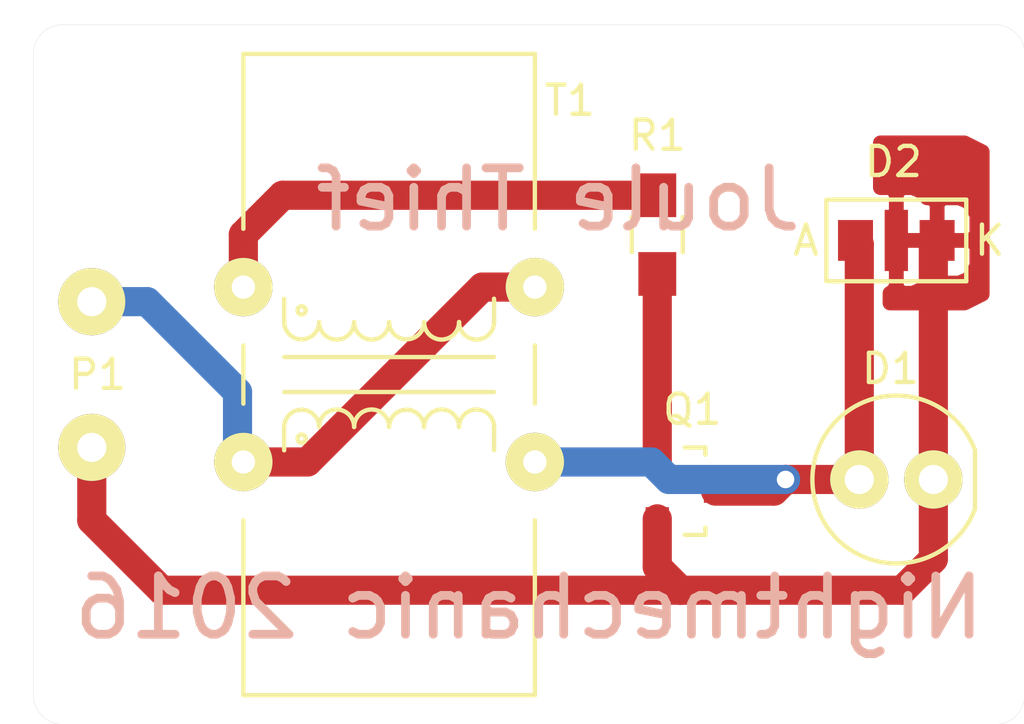
<source format=kicad_pcb>
(kicad_pcb (version 4) (host pcbnew 4.0.1-stable)

  (general
    (links 11)
    (no_connects 0)
    (area 135.994999 92.994999 170.005001 117.005001)
    (thickness 1.6)
    (drawings 10)
    (tracks 32)
    (zones 0)
    (modules 6)
    (nets 6)
  )

  (page A4)
  (layers
    (0 F.Cu signal)
    (31 B.Cu signal)
    (32 B.Adhes user)
    (33 F.Adhes user)
    (34 B.Paste user)
    (35 F.Paste user)
    (36 B.SilkS user)
    (37 F.SilkS user)
    (38 B.Mask user)
    (39 F.Mask user)
    (40 Dwgs.User user)
    (41 Cmts.User user)
    (42 Eco1.User user)
    (43 Eco2.User user)
    (44 Edge.Cuts user)
    (45 Margin user)
    (46 B.CrtYd user)
    (47 F.CrtYd user)
    (48 B.Fab user)
    (49 F.Fab user)
  )

  (setup
    (last_trace_width 1)
    (trace_clearance 0.3)
    (zone_clearance 0.3)
    (zone_45_only no)
    (trace_min 0.2)
    (segment_width 0.2)
    (edge_width 0.01)
    (via_size 1)
    (via_drill 0.6)
    (via_min_size 0.4)
    (via_min_drill 0.3)
    (uvia_size 0.3)
    (uvia_drill 0.1)
    (uvias_allowed no)
    (uvia_min_size 0.2)
    (uvia_min_drill 0.1)
    (pcb_text_width 0.3)
    (pcb_text_size 1.5 1.5)
    (mod_edge_width 0.15)
    (mod_text_size 1 1)
    (mod_text_width 0.15)
    (pad_size 1.524 1.524)
    (pad_drill 0.762)
    (pad_to_mask_clearance 0.2)
    (aux_axis_origin 0 0)
    (visible_elements FFFEFF7F)
    (pcbplotparams
      (layerselection 0x00030_80000001)
      (usegerberextensions false)
      (excludeedgelayer true)
      (linewidth 0.100000)
      (plotframeref false)
      (viasonmask false)
      (mode 1)
      (useauxorigin false)
      (hpglpennumber 1)
      (hpglpenspeed 20)
      (hpglpendiameter 15)
      (hpglpenoverlay 2)
      (psnegative false)
      (psa4output false)
      (plotreference true)
      (plotvalue true)
      (plotinvisibletext false)
      (padsonsilk false)
      (subtractmaskfromsilk false)
      (outputformat 1)
      (mirror false)
      (drillshape 1)
      (scaleselection 1)
      (outputdirectory ""))
  )

  (net 0 "")
  (net 1 "Net-(D1-Pad1)")
  (net 2 "Net-(D1-Pad2)")
  (net 3 "Net-(P1-Pad2)")
  (net 4 "Net-(Q1-Pad1)")
  (net 5 "Net-(R1-Pad2)")

  (net_class Default "This is the default net class."
    (clearance 0.3)
    (trace_width 1)
    (via_dia 1)
    (via_drill 0.6)
    (uvia_dia 0.3)
    (uvia_drill 0.1)
    (add_net "Net-(D1-Pad1)")
    (add_net "Net-(D1-Pad2)")
    (add_net "Net-(P1-Pad2)")
    (add_net "Net-(Q1-Pad1)")
    (add_net "Net-(R1-Pad2)")
  )

  (net_class thin ""
    (clearance 0.2)
    (trace_width 0.7)
    (via_dia 0.7)
    (via_drill 0.6)
    (uvia_dia 0.3)
    (uvia_drill 0.1)
  )

  (module LED_5mm (layer F.Cu) (tedit 56DD546E) (tstamp 56DD5383)
    (at 165.6 108.6 180)
    (path /56DD3D51)
    (fp_text reference D1 (at 0.2 3.8 180) (layer F.SilkS)
      (effects (font (size 1 1) (thickness 0.15)))
    )
    (fp_text value LED (at 0.4 -3.6 180) (layer F.Fab)
      (effects (font (size 1 1) (thickness 0.15)))
    )
    (fp_line (start -2.7 -1) (end -2.7 1) (layer F.SilkS) (width 0.15))
    (fp_arc (start 0 0) (end -2.7 -1) (angle 319) (layer F.SilkS) (width 0.15))
    (pad 1 thru_hole circle (at -1.27 0 180) (size 2 2) (drill 1) (layers *.Cu *.Mask F.SilkS)
      (net 1 "Net-(D1-Pad1)"))
    (pad 2 thru_hole circle (at 1.27 0 180) (size 2 2) (drill 1) (layers *.Cu *.Mask F.SilkS)
      (net 2 "Net-(D1-Pad2)"))
  )

  (module nightmechanic_pcb:LED_PLCC_2_HEATPAD (layer F.Cu) (tedit 56DD4DDB) (tstamp 56DD538A)
    (at 165.6 100.4 180)
    (path /56DD3DD2)
    (fp_text reference D2 (at 0.1 2.7 180) (layer F.SilkS)
      (effects (font (size 1 1) (thickness 0.15)))
    )
    (fp_text value LED (at -0.2 -3.7 180) (layer F.Fab)
      (effects (font (size 1 1) (thickness 0.15)))
    )
    (fp_text user K (at -3.2 0 180) (layer F.SilkS)
      (effects (font (size 1 1) (thickness 0.15)))
    )
    (fp_text user A (at 3.1 0 180) (layer F.SilkS)
      (effects (font (size 1 1) (thickness 0.15)))
    )
    (fp_line (start 2.3 1.4) (end -2.4 1.4) (layer F.SilkS) (width 0.15))
    (fp_line (start -2.4 1.4) (end -2.4 -1.4) (layer F.SilkS) (width 0.15))
    (fp_line (start -2.4 -1.4) (end 2.4 -1.4) (layer F.SilkS) (width 0.15))
    (fp_line (start 2.4 -1.4) (end 2.4 1.4) (layer F.SilkS) (width 0.15))
    (pad 1 smd rect (at -1.4 0 180) (size 1.2 1.4) (layers F.Cu F.Paste F.Mask)
      (net 1 "Net-(D1-Pad1)"))
    (pad 2 smd rect (at 1.4 0 180) (size 1.2 1.4) (layers F.Cu F.Paste F.Mask)
      (net 2 "Net-(D1-Pad2)"))
    (pad 1 smd rect (at 0 0 180) (size 0.8 2.1) (layers F.Cu F.Paste F.Mask)
      (net 1 "Net-(D1-Pad1)"))
  )

  (module nightmechanic_pcb:conn_2_5mm (layer F.Cu) (tedit 56DD5A95) (tstamp 56DD5390)
    (at 138 105 90)
    (path /56DD3E1F)
    (fp_text reference P1 (at 0 0.2 180) (layer F.SilkS)
      (effects (font (size 1 1) (thickness 0.15)))
    )
    (fp_text value CONN_01X02 (at 0 -2.3 90) (layer F.Fab)
      (effects (font (size 1 1) (thickness 0.15)))
    )
    (pad 1 thru_hole circle (at -2.5 0 90) (size 2.3 2.3) (drill 1) (layers *.Cu *.Mask F.SilkS)
      (net 1 "Net-(D1-Pad1)"))
    (pad 2 thru_hole circle (at 2.5 0 90) (size 2.3 2.3) (drill 1) (layers *.Cu *.Mask F.SilkS)
      (net 3 "Net-(P1-Pad2)"))
  )

  (module TO_SOT_Packages_SMD:SOT-23 (layer F.Cu) (tedit 56DD5A81) (tstamp 56DD5397)
    (at 158.4 109 270)
    (descr "SOT-23, Standard")
    (tags SOT-23)
    (path /56DD387D)
    (attr smd)
    (fp_text reference Q1 (at -2.8 -0.2 360) (layer F.SilkS)
      (effects (font (size 1 1) (thickness 0.15)))
    )
    (fp_text value MMBT3904 (at 0 2.3 270) (layer F.Fab)
      (effects (font (size 1 1) (thickness 0.15)))
    )
    (fp_line (start -1.65 -1.6) (end 1.65 -1.6) (layer F.CrtYd) (width 0.05))
    (fp_line (start 1.65 -1.6) (end 1.65 1.6) (layer F.CrtYd) (width 0.05))
    (fp_line (start 1.65 1.6) (end -1.65 1.6) (layer F.CrtYd) (width 0.05))
    (fp_line (start -1.65 1.6) (end -1.65 -1.6) (layer F.CrtYd) (width 0.05))
    (fp_line (start 1.29916 -0.65024) (end 1.2509 -0.65024) (layer F.SilkS) (width 0.15))
    (fp_line (start -1.49982 0.0508) (end -1.49982 -0.65024) (layer F.SilkS) (width 0.15))
    (fp_line (start -1.49982 -0.65024) (end -1.2509 -0.65024) (layer F.SilkS) (width 0.15))
    (fp_line (start 1.29916 -0.65024) (end 1.49982 -0.65024) (layer F.SilkS) (width 0.15))
    (fp_line (start 1.49982 -0.65024) (end 1.49982 0.0508) (layer F.SilkS) (width 0.15))
    (pad 1 smd rect (at -0.95 1.00076 270) (size 0.8001 0.8001) (layers F.Cu F.Paste F.Mask)
      (net 4 "Net-(Q1-Pad1)"))
    (pad 2 smd rect (at 0.95 1.00076 270) (size 0.8001 0.8001) (layers F.Cu F.Paste F.Mask)
      (net 1 "Net-(D1-Pad1)"))
    (pad 3 smd rect (at 0 -0.99822 270) (size 0.8001 0.8001) (layers F.Cu F.Paste F.Mask)
      (net 2 "Net-(D1-Pad2)"))
    (model TO_SOT_Packages_SMD.3dshapes/SOT-23.wrl
      (at (xyz 0 0 0))
      (scale (xyz 1 1 1))
      (rotate (xyz 0 0 0))
    )
  )

  (module Resistors_SMD:R_0805_HandSoldering (layer F.Cu) (tedit 56DD5A6B) (tstamp 56DD539D)
    (at 157.4 100.2 90)
    (descr "Resistor SMD 0805, hand soldering")
    (tags "resistor 0805")
    (path /56DD38A0)
    (attr smd)
    (fp_text reference R1 (at 3.4 0 180) (layer F.SilkS)
      (effects (font (size 1 1) (thickness 0.15)))
    )
    (fp_text value R (at 0 2.1 90) (layer F.Fab)
      (effects (font (size 1 1) (thickness 0.15)))
    )
    (fp_line (start -2.4 -1) (end 2.4 -1) (layer F.CrtYd) (width 0.05))
    (fp_line (start -2.4 1) (end 2.4 1) (layer F.CrtYd) (width 0.05))
    (fp_line (start -2.4 -1) (end -2.4 1) (layer F.CrtYd) (width 0.05))
    (fp_line (start 2.4 -1) (end 2.4 1) (layer F.CrtYd) (width 0.05))
    (fp_line (start 0.6 0.875) (end -0.6 0.875) (layer F.SilkS) (width 0.15))
    (fp_line (start -0.6 -0.875) (end 0.6 -0.875) (layer F.SilkS) (width 0.15))
    (pad 1 smd rect (at -1.35 0 90) (size 1.5 1.3) (layers F.Cu F.Paste F.Mask)
      (net 4 "Net-(Q1-Pad1)"))
    (pad 2 smd rect (at 1.35 0 90) (size 1.5 1.3) (layers F.Cu F.Paste F.Mask)
      (net 5 "Net-(R1-Pad2)"))
    (model Resistors_SMD.3dshapes/R_0805_HandSoldering.wrl
      (at (xyz 0 0 0))
      (scale (xyz 1 1 1))
      (rotate (xyz 0 0 0))
    )
  )

  (module nightmechanic_pcb:Transformer_22x10 (layer F.Cu) (tedit 56DD5A76) (tstamp 56DD53C2)
    (at 148.2 105)
    (path /56DD3CC1)
    (fp_text reference T1 (at 6.2 -9.4) (layer F.SilkS)
      (effects (font (size 1 1) (thickness 0.15)))
    )
    (fp_text value TRANSFORMER (at 0 -12) (layer F.Fab)
      (effects (font (size 1 1) (thickness 0.15)))
    )
    (fp_circle (center -3 2.2) (end -2.9 2.3) (layer F.SilkS) (width 0.15))
    (fp_circle (center -3 -2.2) (end -2.9 -2.1) (layer F.SilkS) (width 0.15))
    (fp_line (start 3.6 1.8) (end 3.6 1.9) (layer F.SilkS) (width 0.15))
    (fp_line (start 3.6 1.9) (end 3.6 2.6) (layer F.SilkS) (width 0.15))
    (fp_arc (start 3 1.8) (end 2.4 1.8) (angle 180) (layer F.SilkS) (width 0.15))
    (fp_arc (start 1.8 1.8) (end 1.2 1.8) (angle 180) (layer F.SilkS) (width 0.15))
    (fp_arc (start 0.6 1.8) (end 0 1.8) (angle 180) (layer F.SilkS) (width 0.15))
    (fp_arc (start -0.6 1.8) (end -1.2 1.8) (angle 180) (layer F.SilkS) (width 0.15))
    (fp_arc (start -1.8 1.8) (end -2.4 1.8) (angle 180) (layer F.SilkS) (width 0.15))
    (fp_line (start -3.6 1.8) (end -3.6 2.6) (layer F.SilkS) (width 0.15))
    (fp_arc (start -3 1.8) (end -3.6 1.8) (angle 180) (layer F.SilkS) (width 0.15))
    (fp_line (start 3.6 -1.8) (end 3.6 -2.6) (layer F.SilkS) (width 0.15))
    (fp_line (start -3.6 -1.8) (end -3.6 -2.6) (layer F.SilkS) (width 0.15))
    (fp_arc (start 3 -1.8) (end 2.4 -1.8) (angle -180) (layer F.SilkS) (width 0.15))
    (fp_arc (start 1.8 -1.8) (end 1.2 -1.8) (angle -180) (layer F.SilkS) (width 0.15))
    (fp_arc (start 0.6 -1.8) (end 0 -1.8) (angle -180) (layer F.SilkS) (width 0.15))
    (fp_arc (start -0.6 -1.8) (end -1.2 -1.8) (angle -180) (layer F.SilkS) (width 0.15))
    (fp_arc (start -1.8 -1.8) (end -2.4 -1.8) (angle -180) (layer F.SilkS) (width 0.15))
    (fp_arc (start -3 -1.8) (end -3.6 -1.8) (angle -180) (layer F.SilkS) (width 0.15))
    (fp_line (start 3.6 0.6) (end -3.6 0.6) (layer F.SilkS) (width 0.15))
    (fp_line (start -3.6 -0.6) (end 3.6 -0.6) (layer F.SilkS) (width 0.15))
    (fp_line (start 5 5) (end 5 11) (layer F.SilkS) (width 0.15))
    (fp_line (start 5 11) (end -5 11) (layer F.SilkS) (width 0.15))
    (fp_line (start -5 11) (end -5 5) (layer F.SilkS) (width 0.15))
    (fp_line (start -5 -11) (end 5 -11) (layer F.SilkS) (width 0.15))
    (fp_line (start 5 -11) (end 5 -5) (layer F.SilkS) (width 0.15))
    (fp_line (start -5 -11) (end -5 -5) (layer F.SilkS) (width 0.15))
    (fp_line (start 5 -1) (end 5 1) (layer F.SilkS) (width 0.15))
    (fp_line (start -5 -1) (end -5 1) (layer F.SilkS) (width 0.15))
    (pad 1 thru_hole circle (at -5 -3) (size 2 2) (drill 0.8) (layers *.Cu *.Mask F.SilkS)
      (net 5 "Net-(R1-Pad2)"))
    (pad 4 thru_hole circle (at -5 3) (size 2 2) (drill 0.8) (layers *.Cu *.Mask F.SilkS)
      (net 3 "Net-(P1-Pad2)"))
    (pad 2 thru_hole circle (at 5 -3) (size 2 2) (drill 0.8) (layers *.Cu *.Mask F.SilkS)
      (net 3 "Net-(P1-Pad2)"))
    (pad 3 thru_hole circle (at 5 3) (size 2 2) (drill 0.8) (layers *.Cu *.Mask F.SilkS)
      (net 2 "Net-(D1-Pad2)"))
  )

  (gr_text "Nightmechanic 2016" (at 153 113) (layer B.SilkS)
    (effects (font (size 2 2) (thickness 0.3)) (justify mirror))
  )
  (gr_text "Joule Thief" (at 154 99) (layer B.SilkS)
    (effects (font (size 2 2) (thickness 0.3)) (justify mirror))
  )
  (gr_arc (start 137 116) (end 137 117) (angle 90) (layer Edge.Cuts) (width 0.01))
  (gr_arc (start 169 116) (end 170 116) (angle 90) (layer Edge.Cuts) (width 0.01))
  (gr_arc (start 137 94) (end 136 94) (angle 90) (layer Edge.Cuts) (width 0.01))
  (gr_arc (start 169 94) (end 169 93) (angle 90) (layer Edge.Cuts) (width 0.01))
  (gr_line (start 136 116) (end 136 94) (layer Edge.Cuts) (width 0.01))
  (gr_line (start 169 117) (end 137 117) (layer Edge.Cuts) (width 0.01))
  (gr_line (start 170 94) (end 170 116) (layer Edge.Cuts) (width 0.01))
  (gr_line (start 137 93) (end 169 93) (angle 90) (layer Edge.Cuts) (width 0.01))

  (segment (start 157.39924 109.95) (end 157.39924 111.59924) (width 1) (layer F.Cu) (net 1))
  (segment (start 157.39924 111.59924) (end 158.2 112.4) (width 1) (layer F.Cu) (net 1) (tstamp 56DD5910))
  (segment (start 166.87 108.6) (end 166.87 100.53) (width 1) (layer F.Cu) (net 1))
  (segment (start 166.87 100.53) (end 167 100.4) (width 1) (layer F.Cu) (net 1) (tstamp 56DD5680))
  (segment (start 166.87 100.53) (end 167 100.4) (width 1) (layer F.Cu) (net 1) (tstamp 56DD5676))
  (segment (start 138 107.5) (end 138 110) (width 1) (layer F.Cu) (net 1))
  (segment (start 166.87 111.33) (end 166.87 108.6) (width 1) (layer F.Cu) (net 1) (tstamp 56DD5671))
  (segment (start 165.8 112.4) (end 166.87 111.33) (width 1) (layer F.Cu) (net 1) (tstamp 56DD566D))
  (segment (start 140.4 112.4) (end 158.2 112.4) (width 1) (layer F.Cu) (net 1) (tstamp 56DD5668))
  (segment (start 158.2 112.4) (end 165.8 112.4) (width 1) (layer F.Cu) (net 1) (tstamp 56DD591E))
  (segment (start 138 110) (end 140.4 112.4) (width 1) (layer F.Cu) (net 1) (tstamp 56DD565E))
  (segment (start 161.8 108.6) (end 164.33 108.6) (width 1) (layer F.Cu) (net 2))
  (segment (start 159.39822 109) (end 161.4 109) (width 1) (layer F.Cu) (net 2))
  (via (at 161.8 108.6) (size 1) (drill 0.6) (layers F.Cu B.Cu) (net 2))
  (segment (start 161.4 109) (end 161.8 108.6) (width 1) (layer F.Cu) (net 2) (tstamp 56DD59AA))
  (segment (start 164.33 108.6) (end 164.33 100.53) (width 1) (layer F.Cu) (net 2))
  (segment (start 164.33 100.53) (end 164.2 100.4) (width 1) (layer F.Cu) (net 2) (tstamp 56DD599B))
  (segment (start 153.2 108) (end 157.2 108) (width 1) (layer B.Cu) (net 2))
  (segment (start 157.8 108.6) (end 161.8 108.6) (width 1) (layer B.Cu) (net 2) (tstamp 56DD5975))
  (segment (start 157.2 108) (end 157.8 108.6) (width 1) (layer B.Cu) (net 2) (tstamp 56DD5965))
  (segment (start 138 102.5) (end 139.9 102.5) (width 1) (layer B.Cu) (net 3))
  (segment (start 143 105.6) (end 143 107.8) (width 1) (layer B.Cu) (net 3) (tstamp 56DD59DE))
  (segment (start 139.9 102.5) (end 143 105.6) (width 1) (layer B.Cu) (net 3) (tstamp 56DD59DB))
  (segment (start 143 107.8) (end 143.2 108) (width 1) (layer B.Cu) (net 3) (tstamp 56DD59E2))
  (segment (start 143.2 108) (end 145.4 108) (width 1) (layer F.Cu) (net 3))
  (segment (start 151.4 102) (end 153.2 102) (width 1) (layer F.Cu) (net 3) (tstamp 56DD5651))
  (segment (start 145.4 108) (end 151.4 102) (width 1) (layer F.Cu) (net 3) (tstamp 56DD5647))
  (segment (start 157.39924 108.05) (end 157.39924 101.55076) (width 1) (layer F.Cu) (net 4))
  (segment (start 157.39924 101.55076) (end 157.4 101.55) (width 1) (layer F.Cu) (net 4) (tstamp 56DD5923))
  (segment (start 143.2 102) (end 143.2 100.2) (width 1) (layer F.Cu) (net 5))
  (segment (start 144.55 98.85) (end 157.4 98.85) (width 1) (layer F.Cu) (net 5) (tstamp 56DD563F))
  (segment (start 143.2 100.2) (end 144.55 98.85) (width 1) (layer F.Cu) (net 5) (tstamp 56DD5638))

  (zone (net 1) (net_name "Net-(D1-Pad1)") (layer F.Cu) (tstamp 56DD57BF) (hatch edge 0.508)
    (connect_pads (clearance 0.3))
    (min_thickness 0.5)
    (fill yes (arc_segments 16) (thermal_gap 0.508) (thermal_bridge_width 0.508))
    (polygon
      (pts
        (xy 164.8 98.8) (xy 164.8 98.4) (xy 164.8 96.8) (xy 168 96.8) (xy 168.8 97.2)
        (xy 168.8 102.4) (xy 168 102.8) (xy 165.2 102.8) (xy 164.8 102.4)
      )
    )
    (filled_polygon
      (pts
        (xy 168.55 97.354509) (xy 168.55 102.245492) (xy 167.940983 102.55) (xy 165.38 102.55) (xy 165.38 102.208)
        (xy 165.4065 102.208) (xy 165.596 102.0185) (xy 165.596 100.404) (xy 165.604 100.404) (xy 165.604 102.0185)
        (xy 165.7935 102.208) (xy 166.150776 102.208) (xy 166.429373 102.092601) (xy 166.642602 101.879372) (xy 166.651455 101.858)
        (xy 166.8065 101.858) (xy 166.996 101.6685) (xy 166.996 100.404) (xy 167.004 100.404) (xy 167.004 101.6685)
        (xy 167.1935 101.858) (xy 167.750776 101.858) (xy 168.029373 101.742601) (xy 168.242602 101.529372) (xy 168.358 101.250775)
        (xy 168.358 100.5935) (xy 168.1685 100.404) (xy 167.004 100.404) (xy 166.996 100.404) (xy 165.604 100.404)
        (xy 165.596 100.404) (xy 165.576 100.404) (xy 165.576 100.396) (xy 165.596 100.396) (xy 165.596 98.7815)
        (xy 165.604 98.7815) (xy 165.604 100.396) (xy 166.996 100.396) (xy 166.996 99.1315) (xy 167.004 99.1315)
        (xy 167.004 100.396) (xy 168.1685 100.396) (xy 168.358 100.2065) (xy 168.358 99.549225) (xy 168.242602 99.270628)
        (xy 168.029373 99.057399) (xy 167.750776 98.942) (xy 167.1935 98.942) (xy 167.004 99.1315) (xy 166.996 99.1315)
        (xy 166.8065 98.942) (xy 166.651455 98.942) (xy 166.642602 98.920628) (xy 166.429373 98.707399) (xy 166.150776 98.592)
        (xy 165.7935 98.592) (xy 165.604 98.7815) (xy 165.596 98.7815) (xy 165.4065 98.592) (xy 165.05 98.592)
        (xy 165.05 97.05) (xy 167.940983 97.05)
      )
    )
  )
)

</source>
